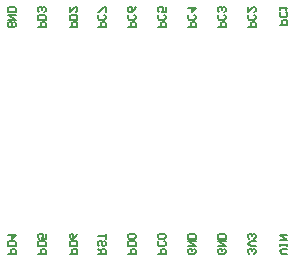
<source format=gbo>
G04*
G04 #@! TF.GenerationSoftware,Altium Limited,Altium Designer,19.0.10 (269)*
G04*
G04 Layer_Color=32896*
%FSTAX25Y25*%
%MOIN*%
G70*
G01*
G75*
%ADD20C,0.00700*%
D20*
X025Y01075D02*
X0252499D01*
Y010875D01*
X0252083Y0109166D01*
X025125D01*
X0250833Y010875D01*
Y01075D01*
X0252499Y0109999D02*
X025D01*
Y0111249D01*
X0250416Y0111665D01*
X0252083D01*
X0252499Y0111249D01*
Y0109999D01*
X025Y0113748D02*
X0252499D01*
X025125Y0112498D01*
Y0114164D01*
X026Y01075D02*
X0262499D01*
Y010875D01*
X0262083Y0109166D01*
X026125D01*
X0260833Y010875D01*
Y01075D01*
X0262499Y0109999D02*
X026D01*
Y0111249D01*
X0260417Y0111665D01*
X0262083D01*
X0262499Y0111249D01*
Y0109999D01*
Y0114164D02*
Y0112498D01*
X026125D01*
X0261666Y0113331D01*
Y0113748D01*
X026125Y0114164D01*
X0260417D01*
X026Y0113748D01*
Y0112915D01*
X0260417Y0112498D01*
X02705Y01075D02*
X0272999D01*
Y010875D01*
X0272583Y0109166D01*
X027175D01*
X0271333Y010875D01*
Y01075D01*
X0272999Y0109999D02*
X02705D01*
Y0111249D01*
X0270917Y0111665D01*
X0272583D01*
X0272999Y0111249D01*
Y0109999D01*
Y0114164D02*
X0272583Y0113331D01*
X027175Y0112498D01*
X0270917D01*
X02705Y0112915D01*
Y0113748D01*
X0270917Y0114164D01*
X0271333D01*
X027175Y0113748D01*
Y0112498D01*
X028Y01075D02*
X0282499D01*
Y010875D01*
X0282083Y0109166D01*
X028125D01*
X0280833Y010875D01*
Y01075D01*
Y0108333D02*
X028Y0109166D01*
X0282083Y0111665D02*
X0282499Y0111249D01*
Y0110416D01*
X0282083Y0109999D01*
X0281666D01*
X028125Y0110416D01*
Y0111249D01*
X0280833Y0111665D01*
X0280416D01*
X028Y0111249D01*
Y0110416D01*
X0280416Y0109999D01*
X0282499Y0112498D02*
Y0114164D01*
Y0113331D01*
X028D01*
X029Y01075D02*
X0292499D01*
Y010875D01*
X0292083Y0109166D01*
X029125D01*
X0290833Y010875D01*
Y01075D01*
X0292499Y0109999D02*
X029D01*
Y0111249D01*
X0290417Y0111665D01*
X0292083D01*
X0292499Y0111249D01*
Y0109999D01*
X0292083Y0112498D02*
X0292499Y0112915D01*
Y0113748D01*
X0292083Y0114164D01*
X0290417D01*
X029Y0113748D01*
Y0112915D01*
X0290417Y0112498D01*
X0292083D01*
X03Y01075D02*
X0302499D01*
Y010875D01*
X0302083Y0109166D01*
X030125D01*
X0300833Y010875D01*
Y01075D01*
X0302083Y0111665D02*
X0302499Y0111249D01*
Y0110416D01*
X0302083Y0109999D01*
X0300416D01*
X03Y0110416D01*
Y0111249D01*
X0300416Y0111665D01*
X0302083Y0112498D02*
X0302499Y0112915D01*
Y0113748D01*
X0302083Y0114164D01*
X0300416D01*
X03Y0113748D01*
Y0112915D01*
X0300416Y0112498D01*
X0302083D01*
X0312083Y0109166D02*
X0312499Y010875D01*
Y0107916D01*
X0312083Y01075D01*
X0310417D01*
X031Y0107916D01*
Y010875D01*
X0310417Y0109166D01*
X031125D01*
Y0108333D01*
X031Y0109999D02*
X0312499D01*
X031Y0111665D01*
X0312499D01*
Y0112498D02*
X031D01*
Y0113748D01*
X0310417Y0114164D01*
X0312083D01*
X0312499Y0113748D01*
Y0112498D01*
X0322083Y0109166D02*
X0322499Y010875D01*
Y0107916D01*
X0322083Y01075D01*
X0320416D01*
X032Y0107916D01*
Y010875D01*
X0320416Y0109166D01*
X032125D01*
Y0108333D01*
X032Y0109999D02*
X0322499D01*
X032Y0111665D01*
X0322499D01*
Y0112498D02*
X032D01*
Y0113748D01*
X0320416Y0114164D01*
X0322083D01*
X0322499Y0113748D01*
Y0112498D01*
X0332083Y01075D02*
X0332499Y0107916D01*
Y010875D01*
X0332083Y0109166D01*
X0331666D01*
X033125Y010875D01*
Y0108333D01*
Y010875D01*
X0330833Y0109166D01*
X0330416D01*
X033Y010875D01*
Y0107916D01*
X0330416Y01075D01*
X0332499Y0109999D02*
X0330833D01*
X033Y0110832D01*
X0330833Y0111665D01*
X0332499D01*
X0332083Y0112498D02*
X0332499Y0112915D01*
Y0113748D01*
X0332083Y0114164D01*
X0331666D01*
X033125Y0113748D01*
Y0113331D01*
Y0113748D01*
X0330833Y0114164D01*
X0330416D01*
X033Y0113748D01*
Y0112915D01*
X0330416Y0112498D01*
X0342999Y01075D02*
X0341333D01*
X03405Y0108333D01*
X0341333Y0109166D01*
X0342999D01*
Y0109999D02*
Y0110832D01*
Y0110416D01*
X03405D01*
Y0109999D01*
Y0110832D01*
Y0112082D02*
X0342999D01*
X03405Y0113748D01*
X0342999D01*
X03405Y0183833D02*
X0342999D01*
Y0185083D01*
X0342583Y0185499D01*
X034175D01*
X0341333Y0185083D01*
Y0183833D01*
X0342583Y0187998D02*
X0342999Y0187582D01*
Y0186749D01*
X0342583Y0186332D01*
X0340916D01*
X03405Y0186749D01*
Y0187582D01*
X0340916Y0187998D01*
X03405Y0188831D02*
Y0189664D01*
Y0189248D01*
X0342999D01*
X0342583Y0188831D01*
X033Y0183D02*
X0332499D01*
Y018425D01*
X0332083Y0184666D01*
X033125D01*
X0330833Y018425D01*
Y0183D01*
X0332083Y0187165D02*
X0332499Y0186749D01*
Y0185916D01*
X0332083Y0185499D01*
X0330416D01*
X033Y0185916D01*
Y0186749D01*
X0330416Y0187165D01*
X033Y0189664D02*
Y0187998D01*
X0331666Y0189664D01*
X0332083D01*
X0332499Y0189248D01*
Y0188415D01*
X0332083Y0187998D01*
X032Y0183D02*
X0322499D01*
Y018425D01*
X0322083Y0184666D01*
X032125D01*
X0320833Y018425D01*
Y0183D01*
X0322083Y0187165D02*
X0322499Y0186749D01*
Y0185916D01*
X0322083Y0185499D01*
X0320416D01*
X032Y0185916D01*
Y0186749D01*
X0320416Y0187165D01*
X0322083Y0187998D02*
X0322499Y0188415D01*
Y0189248D01*
X0322083Y0189664D01*
X0321666D01*
X032125Y0189248D01*
Y0188831D01*
Y0189248D01*
X0320833Y0189664D01*
X0320416D01*
X032Y0189248D01*
Y0188415D01*
X0320416Y0187998D01*
X031Y0183D02*
X0312499D01*
Y018425D01*
X0312083Y0184666D01*
X031125D01*
X0310833Y018425D01*
Y0183D01*
X0312083Y0187165D02*
X0312499Y0186749D01*
Y0185916D01*
X0312083Y0185499D01*
X0310417D01*
X031Y0185916D01*
Y0186749D01*
X0310417Y0187165D01*
X031Y0189248D02*
X0312499D01*
X031125Y0187998D01*
Y0189664D01*
X03Y0183D02*
X0302499D01*
Y018425D01*
X0302083Y0184666D01*
X030125D01*
X0300833Y018425D01*
Y0183D01*
X0302083Y0187165D02*
X0302499Y0186749D01*
Y0185916D01*
X0302083Y0185499D01*
X0300416D01*
X03Y0185916D01*
Y0186749D01*
X0300416Y0187165D01*
X0302499Y0189664D02*
Y0187998D01*
X030125D01*
X0301666Y0188831D01*
Y0189248D01*
X030125Y0189664D01*
X0300416D01*
X03Y0189248D01*
Y0188415D01*
X0300416Y0187998D01*
X029Y0183D02*
X0292499D01*
Y018425D01*
X0292083Y0184666D01*
X029125D01*
X0290833Y018425D01*
Y0183D01*
X0292083Y0187165D02*
X0292499Y0186749D01*
Y0185916D01*
X0292083Y0185499D01*
X0290417D01*
X029Y0185916D01*
Y0186749D01*
X0290417Y0187165D01*
X0292499Y0189664D02*
X0292083Y0188831D01*
X029125Y0187998D01*
X0290417D01*
X029Y0188415D01*
Y0189248D01*
X0290417Y0189664D01*
X0290833D01*
X029125Y0189248D01*
Y0187998D01*
X028Y0183D02*
X0282499D01*
Y018425D01*
X0282083Y0184666D01*
X028125D01*
X0280833Y018425D01*
Y0183D01*
X0282083Y0187165D02*
X0282499Y0186749D01*
Y0185916D01*
X0282083Y0185499D01*
X0280416D01*
X028Y0185916D01*
Y0186749D01*
X0280416Y0187165D01*
X0282499Y0187998D02*
Y0189664D01*
X0282083D01*
X0280416Y0187998D01*
X028D01*
X02705Y0183D02*
X0272999D01*
Y018425D01*
X0272583Y0184666D01*
X027175D01*
X0271333Y018425D01*
Y0183D01*
X0272999Y0185499D02*
X02705D01*
Y0186749D01*
X0270917Y0187165D01*
X0272583D01*
X0272999Y0186749D01*
Y0185499D01*
X02705Y0189664D02*
Y0187998D01*
X0272166Y0189664D01*
X0272583D01*
X0272999Y0189248D01*
Y0188415D01*
X0272583Y0187998D01*
X026Y0183D02*
X0262499D01*
Y018425D01*
X0262083Y0184666D01*
X026125D01*
X0260833Y018425D01*
Y0183D01*
X0262499Y0185499D02*
X026D01*
Y0186749D01*
X0260417Y0187165D01*
X0262083D01*
X0262499Y0186749D01*
Y0185499D01*
X0262083Y0187998D02*
X0262499Y0188415D01*
Y0189248D01*
X0262083Y0189664D01*
X0261666D01*
X026125Y0189248D01*
Y0188831D01*
Y0189248D01*
X0260833Y0189664D01*
X0260417D01*
X026Y0189248D01*
Y0188415D01*
X0260417Y0187998D01*
X0252083Y0184666D02*
X0252499Y018425D01*
Y0183416D01*
X0252083Y0183D01*
X0250416D01*
X025Y0183416D01*
Y018425D01*
X0250416Y0184666D01*
X025125D01*
Y0183833D01*
X025Y0185499D02*
X0252499D01*
X025Y0187165D01*
X0252499D01*
Y0187998D02*
X025D01*
Y0189248D01*
X0250416Y0189664D01*
X0252083D01*
X0252499Y0189248D01*
Y0187998D01*
M02*

</source>
